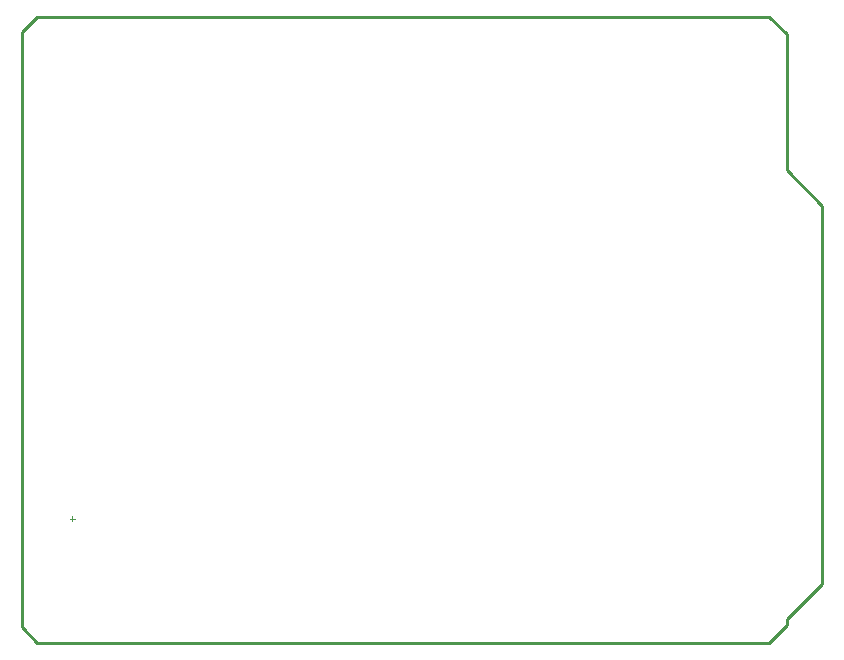
<source format=gm1>
G04*
G04 #@! TF.GenerationSoftware,Altium Limited,Altium Designer,18.0.7 (293)*
G04*
G04 Layer_Color=16711935*
%FSLAX25Y25*%
%MOIN*%
G70*
G01*
G75*
%ADD11C,0.01000*%
%ADD62C,0.00394*%
D11*
X2756Y203543D02*
X7874Y208661D01*
X251969D01*
X2756Y5118D02*
Y203543D01*
X269685Y19685D02*
Y145669D01*
X257874Y5906D02*
Y7874D01*
X251969Y-0D02*
X257874Y5906D01*
X7874Y-0D02*
X251969D01*
X257874Y157480D02*
Y202756D01*
X251969Y208661D02*
X257874Y202756D01*
X3445Y4429D02*
X7874Y-0D01*
X2756Y5118D02*
X7874Y-0D01*
X257874Y157480D02*
X269685Y145669D01*
X257874Y7874D02*
X269685Y19685D01*
D62*
X19685Y40551D02*
Y42126D01*
X18898Y41339D02*
X20472D01*
M02*

</source>
